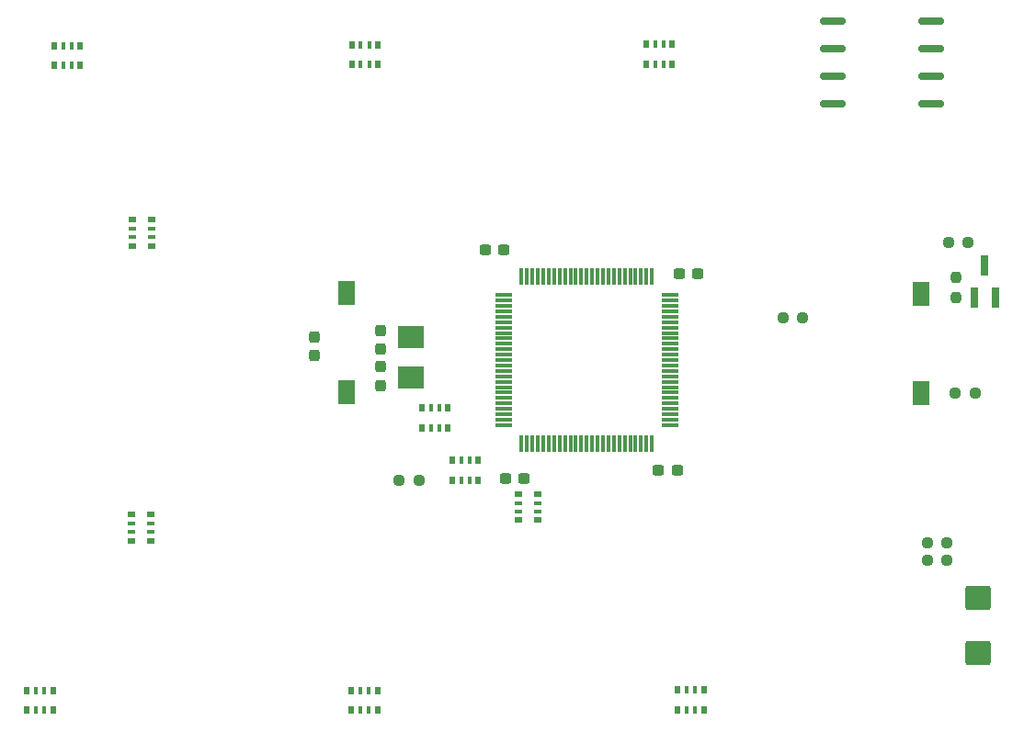
<source format=gbr>
%TF.GenerationSoftware,KiCad,Pcbnew,8.99.0-unknown*%
%TF.CreationDate,2024-03-12T14:31:13+03:00*%
%TF.ProjectId,multistepper,6d756c74-6973-4746-9570-7065722e6b69,rev?*%
%TF.SameCoordinates,Original*%
%TF.FileFunction,Paste,Top*%
%TF.FilePolarity,Positive*%
%FSLAX46Y46*%
G04 Gerber Fmt 4.6, Leading zero omitted, Abs format (unit mm)*
G04 Created by KiCad (PCBNEW 8.99.0-unknown) date 2024-03-12 14:31:13*
%MOMM*%
%LPD*%
G01*
G04 APERTURE LIST*
G04 Aperture macros list*
%AMRoundRect*
0 Rectangle with rounded corners*
0 $1 Rounding radius*
0 $2 $3 $4 $5 $6 $7 $8 $9 X,Y pos of 4 corners*
0 Add a 4 corners polygon primitive as box body*
4,1,4,$2,$3,$4,$5,$6,$7,$8,$9,$2,$3,0*
0 Add four circle primitives for the rounded corners*
1,1,$1+$1,$2,$3*
1,1,$1+$1,$4,$5*
1,1,$1+$1,$6,$7*
1,1,$1+$1,$8,$9*
0 Add four rect primitives between the rounded corners*
20,1,$1+$1,$2,$3,$4,$5,0*
20,1,$1+$1,$4,$5,$6,$7,0*
20,1,$1+$1,$6,$7,$8,$9,0*
20,1,$1+$1,$8,$9,$2,$3,0*%
G04 Aperture macros list end*
%ADD10RoundRect,0.237500X-0.300000X-0.237500X0.300000X-0.237500X0.300000X0.237500X-0.300000X0.237500X0*%
%ADD11R,1.600000X2.180000*%
%ADD12RoundRect,0.237500X-0.237500X0.250000X-0.237500X-0.250000X0.237500X-0.250000X0.237500X0.250000X0*%
%ADD13R,0.500000X0.800000*%
%ADD14R,0.400000X0.800000*%
%ADD15R,0.800000X0.500000*%
%ADD16R,0.800000X0.400000*%
%ADD17RoundRect,0.237500X0.250000X0.237500X-0.250000X0.237500X-0.250000X-0.237500X0.250000X-0.237500X0*%
%ADD18R,0.800000X1.900000*%
%ADD19RoundRect,0.075000X-0.725000X-0.075000X0.725000X-0.075000X0.725000X0.075000X-0.725000X0.075000X0*%
%ADD20RoundRect,0.075000X-0.075000X-0.725000X0.075000X-0.725000X0.075000X0.725000X-0.075000X0.725000X0*%
%ADD21RoundRect,0.237500X0.237500X-0.300000X0.237500X0.300000X-0.237500X0.300000X-0.237500X-0.300000X0*%
%ADD22RoundRect,0.237500X-0.250000X-0.237500X0.250000X-0.237500X0.250000X0.237500X-0.250000X0.237500X0*%
%ADD23R,2.400000X2.000000*%
%ADD24RoundRect,0.237500X-0.237500X0.300000X-0.237500X-0.300000X0.237500X-0.300000X0.237500X0.300000X0*%
%ADD25RoundRect,0.162500X-1.012500X-0.162500X1.012500X-0.162500X1.012500X0.162500X-1.012500X0.162500X0*%
%ADD26RoundRect,0.237500X0.300000X0.237500X-0.300000X0.237500X-0.300000X-0.237500X0.300000X-0.237500X0*%
%ADD27RoundRect,0.250000X-0.925000X0.875000X-0.925000X-0.875000X0.925000X-0.875000X0.925000X0.875000X0*%
G04 APERTURE END LIST*
D10*
%TO.C,C9*%
X110035000Y-79502000D03*
X111760000Y-79502000D03*
%TD*%
D11*
%TO.C,SW2*%
X150164800Y-83548000D03*
X150164800Y-92728000D03*
%TD*%
D12*
%TO.C,R36*%
X153416000Y-82043900D03*
X153416000Y-83868900D03*
%TD*%
D13*
%TO.C,RN11*%
X127270450Y-60560000D03*
D14*
X126470450Y-60560000D03*
X125670450Y-60560000D03*
D13*
X124870450Y-60560000D03*
X124870450Y-62360000D03*
D14*
X125670450Y-62360000D03*
X126470450Y-62360000D03*
D13*
X127270450Y-62360000D03*
%TD*%
D15*
%TO.C,RN7*%
X113095200Y-102025600D03*
D16*
X113095200Y-102825600D03*
X113095200Y-103625600D03*
D15*
X113095200Y-104425600D03*
X114895200Y-104425600D03*
D16*
X114895200Y-103625600D03*
X114895200Y-102825600D03*
D15*
X114895200Y-102025600D03*
%TD*%
D17*
%TO.C,R33*%
X154529800Y-78841600D03*
X152704800Y-78841600D03*
%TD*%
D18*
%TO.C,Q3*%
X155107600Y-83897600D03*
X157007600Y-83897600D03*
X156057600Y-80897600D03*
%TD*%
D19*
%TO.C,U1*%
X111705000Y-83662000D03*
X111705000Y-84162000D03*
X111705000Y-84662000D03*
X111705000Y-85162000D03*
X111705000Y-85662000D03*
X111705000Y-86162000D03*
X111705000Y-86662000D03*
X111705000Y-87162000D03*
X111705000Y-87662000D03*
X111705000Y-88162000D03*
X111705000Y-88662000D03*
X111705000Y-89162000D03*
X111705000Y-89662000D03*
X111705000Y-90162000D03*
X111705000Y-90662000D03*
X111705000Y-91162000D03*
X111705000Y-91662000D03*
X111705000Y-92162000D03*
X111705000Y-92662000D03*
X111705000Y-93162000D03*
X111705000Y-93662000D03*
X111705000Y-94162000D03*
X111705000Y-94662000D03*
X111705000Y-95162000D03*
X111705000Y-95662000D03*
D20*
X113380000Y-97337000D03*
X113880000Y-97337000D03*
X114380000Y-97337000D03*
X114880000Y-97337000D03*
X115380000Y-97337000D03*
X115880000Y-97337000D03*
X116380000Y-97337000D03*
X116880000Y-97337000D03*
X117380000Y-97337000D03*
X117880000Y-97337000D03*
X118380000Y-97337000D03*
X118880000Y-97337000D03*
X119380000Y-97337000D03*
X119880000Y-97337000D03*
X120380000Y-97337000D03*
X120880000Y-97337000D03*
X121380000Y-97337000D03*
X121880000Y-97337000D03*
X122380000Y-97337000D03*
X122880000Y-97337000D03*
X123380000Y-97337000D03*
X123880000Y-97337000D03*
X124380000Y-97337000D03*
X124880000Y-97337000D03*
X125380000Y-97337000D03*
D19*
X127055000Y-95662000D03*
X127055000Y-95162000D03*
X127055000Y-94662000D03*
X127055000Y-94162000D03*
X127055000Y-93662000D03*
X127055000Y-93162000D03*
X127055000Y-92662000D03*
X127055000Y-92162000D03*
X127055000Y-91662000D03*
X127055000Y-91162000D03*
X127055000Y-90662000D03*
X127055000Y-90162000D03*
X127055000Y-89662000D03*
X127055000Y-89162000D03*
X127055000Y-88662000D03*
X127055000Y-88162000D03*
X127055000Y-87662000D03*
X127055000Y-87162000D03*
X127055000Y-86662000D03*
X127055000Y-86162000D03*
X127055000Y-85662000D03*
X127055000Y-85162000D03*
X127055000Y-84662000D03*
X127055000Y-84162000D03*
X127055000Y-83662000D03*
D20*
X125380000Y-81987000D03*
X124880000Y-81987000D03*
X124380000Y-81987000D03*
X123880000Y-81987000D03*
X123380000Y-81987000D03*
X122880000Y-81987000D03*
X122380000Y-81987000D03*
X121880000Y-81987000D03*
X121380000Y-81987000D03*
X120880000Y-81987000D03*
X120380000Y-81987000D03*
X119880000Y-81987000D03*
X119380000Y-81987000D03*
X118880000Y-81987000D03*
X118380000Y-81987000D03*
X117880000Y-81987000D03*
X117380000Y-81987000D03*
X116880000Y-81987000D03*
X116380000Y-81987000D03*
X115880000Y-81987000D03*
X115380000Y-81987000D03*
X114880000Y-81987000D03*
X114380000Y-81987000D03*
X113880000Y-81987000D03*
X113380000Y-81987000D03*
%TD*%
D21*
%TO.C,C4*%
X100417350Y-91997700D03*
X100417350Y-90272700D03*
%TD*%
D22*
%TO.C,R35*%
X137466700Y-85801200D03*
X139291700Y-85801200D03*
%TD*%
D23*
%TO.C,Y1*%
X103225600Y-87558000D03*
X103225600Y-91258000D03*
%TD*%
D13*
%TO.C,RN6*%
X104210000Y-95896000D03*
D14*
X105010000Y-95896000D03*
X105810000Y-95896000D03*
D13*
X106610000Y-95896000D03*
X106610000Y-94096000D03*
D14*
X105810000Y-94096000D03*
X105010000Y-94096000D03*
D13*
X104210000Y-94096000D03*
%TD*%
D22*
%TO.C,R2*%
X153341700Y-92710000D03*
X155166700Y-92710000D03*
%TD*%
D10*
%TO.C,C5*%
X127889000Y-81661000D03*
X129614000Y-81661000D03*
%TD*%
D24*
%TO.C,C2*%
X94284800Y-87528400D03*
X94284800Y-89253400D03*
%TD*%
D13*
%TO.C,RN10*%
X100165075Y-60621827D03*
D14*
X99365075Y-60621827D03*
X98565075Y-60621827D03*
D13*
X97765075Y-60621827D03*
X97765075Y-62421827D03*
D14*
X98565075Y-62421827D03*
X99365075Y-62421827D03*
D13*
X100165075Y-62421827D03*
%TD*%
%TO.C,RN5*%
X107004000Y-100722000D03*
D14*
X107804000Y-100722000D03*
X108604000Y-100722000D03*
D13*
X109404000Y-100722000D03*
X109404000Y-98922000D03*
D14*
X108604000Y-98922000D03*
X107804000Y-98922000D03*
D13*
X107004000Y-98922000D03*
%TD*%
D24*
%TO.C,C1*%
X100417350Y-86917700D03*
X100417350Y-88642700D03*
%TD*%
D25*
%TO.C,U2*%
X142033000Y-58420000D03*
X142033000Y-60960000D03*
X142033000Y-63500000D03*
X142033000Y-66040000D03*
X151083000Y-66040000D03*
X151083000Y-63500000D03*
X151083000Y-60960000D03*
X151083000Y-58420000D03*
%TD*%
D13*
%TO.C,RN13*%
X97696000Y-121940000D03*
D14*
X98496000Y-121940000D03*
X99296000Y-121940000D03*
D13*
X100096000Y-121940000D03*
X100096000Y-120140000D03*
D14*
X99296000Y-120140000D03*
X98496000Y-120140000D03*
D13*
X97696000Y-120140000D03*
%TD*%
%TO.C,RN9*%
X72744000Y-60683654D03*
D14*
X71944000Y-60683654D03*
X71144000Y-60683654D03*
D13*
X70344000Y-60683654D03*
X70344000Y-62483654D03*
D14*
X71144000Y-62483654D03*
X71944000Y-62483654D03*
D13*
X72744000Y-62483654D03*
%TD*%
D15*
%TO.C,RN15*%
X77466000Y-103917600D03*
D16*
X77466000Y-104717600D03*
X77466000Y-105517600D03*
D15*
X77466000Y-106317600D03*
X79266000Y-106317600D03*
D16*
X79266000Y-105517600D03*
X79266000Y-104717600D03*
D15*
X79266000Y-103917600D03*
%TD*%
D26*
%TO.C,C6*%
X127709000Y-99822000D03*
X125984000Y-99822000D03*
%TD*%
D11*
%TO.C,SW1*%
X97282000Y-83479200D03*
X97282000Y-92659200D03*
%TD*%
D17*
%TO.C,R11*%
X152552400Y-108102400D03*
X150727400Y-108102400D03*
%TD*%
D13*
%TO.C,RN14*%
X67834925Y-121940000D03*
D14*
X68634925Y-121940000D03*
X69434925Y-121940000D03*
D13*
X70234925Y-121940000D03*
X70234925Y-120140000D03*
D14*
X69434925Y-120140000D03*
X68634925Y-120140000D03*
D13*
X67834925Y-120140000D03*
%TD*%
D22*
%TO.C,R10*%
X150727400Y-106527600D03*
X152552400Y-106527600D03*
%TD*%
D26*
%TO.C,C7*%
X113638500Y-100584000D03*
X111913500Y-100584000D03*
%TD*%
D27*
%TO.C,C14*%
X155397200Y-111546800D03*
X155397200Y-116646800D03*
%TD*%
D22*
%TO.C,R9*%
X102109900Y-100736400D03*
X103934900Y-100736400D03*
%TD*%
D13*
%TO.C,RN12*%
X127756000Y-121880000D03*
D14*
X128556000Y-121880000D03*
X129356000Y-121880000D03*
D13*
X130156000Y-121880000D03*
X130156000Y-120080000D03*
D14*
X129356000Y-120080000D03*
X128556000Y-120080000D03*
D13*
X127756000Y-120080000D03*
%TD*%
D15*
%TO.C,RN8*%
X77494000Y-76730000D03*
D16*
X77494000Y-77530000D03*
X77494000Y-78330000D03*
D15*
X77494000Y-79130000D03*
X79294000Y-79130000D03*
D16*
X79294000Y-78330000D03*
X79294000Y-77530000D03*
D15*
X79294000Y-76730000D03*
%TD*%
M02*

</source>
